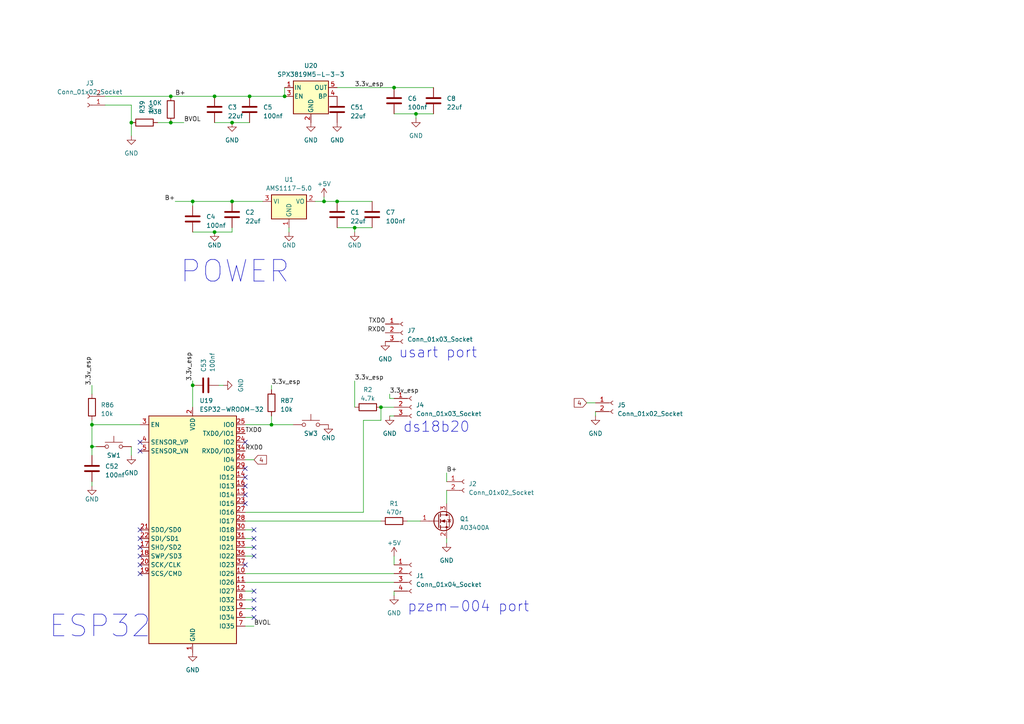
<source format=kicad_sch>
(kicad_sch (version 20230121) (generator eeschema)
  (paper "A4")
  (lib_symbols
    (symbol "Connector:Conn_01x02_Socket" (pin_names (offset 1.016) hide)
      (property "Reference" "J" (at 0 2.54 0))
      (property "Value" "Conn_01x02_Socket" (at 0 -5.08 0))
      (symbol "Conn_01x02_Socket_1_1"
        (arc (start 0 -2.032) (mid -0.5058 -2.54) (end 0 -3.048) (stroke (width 0.1524)))
        (polyline (pts (xy -1.27 -2.54) (xy -0.508 -2.54)) (stroke (width 0.1524)))
        (polyline (pts (xy -1.27 0) (xy -0.508 0)) (stroke (width 0.1524)))
        (arc (start 0 0.508) (mid -0.5058 0) (end 0 -0.508) (stroke (width 0.1524)))
        (pin passive line (at -5.08 0 0) (length 3.81) (name "Pin_1") (number "1"))
        (pin passive line (at -5.08 -2.54 0) (length 3.81) (name "Pin_2") (number "2"))
      )
    )
    (symbol "Connector:Conn_01x03_Socket" (pin_names (offset 1.016) hide)
      (property "Reference" "J" (at 0 5.08 0))
      (property "Value" "Conn_01x03_Socket" (at 0 -5.08 0))
      (symbol "Conn_01x03_Socket_1_1"
        (arc (start 0 -2.032) (mid -0.5058 -2.54) (end 0 -3.048) (stroke (width 0.1524)))
        (polyline (pts (xy -1.27 -2.54) (xy -0.508 -2.54)) (stroke (width 0.1524)))
        (polyline (pts (xy -1.27 0) (xy -0.508 0)) (stroke (width 0.1524)))
        (polyline (pts (xy -1.27 2.54) (xy -0.508 2.54)) (stroke (width 0.1524)))
        (arc (start 0 0.508) (mid -0.5058 0) (end 0 -0.508) (stroke (width 0.1524)))
        (arc (start 0 3.048) (mid -0.5058 2.54) (end 0 2.032) (stroke (width 0.1524)))
        (pin passive line (at -5.08 2.54 0) (length 3.81) (name "Pin_1") (number "1"))
        (pin passive line (at -5.08 0 0) (length 3.81) (name "Pin_2") (number "2"))
        (pin passive line (at -5.08 -2.54 0) (length 3.81) (name "Pin_3") (number "3"))
      )
    )
    (symbol "Connector:Conn_01x04_Socket" (pin_names (offset 1.016) hide)
      (property "Reference" "J" (at 0 5.08 0))
      (property "Value" "Conn_01x04_Socket" (at 0 -7.62 0))
      (symbol "Conn_01x04_Socket_1_1"
        (arc (start 0 -4.572) (mid -0.5058 -5.08) (end 0 -5.588) (stroke (width 0.1524)))
        (arc (start 0 -2.032) (mid -0.5058 -2.54) (end 0 -3.048) (stroke (width 0.1524)))
        (polyline (pts (xy -1.27 -5.08) (xy -0.508 -5.08)) (stroke (width 0.1524)))
        (polyline (pts (xy -1.27 -2.54) (xy -0.508 -2.54)) (stroke (width 0.1524)))
        (polyline (pts (xy -1.27 0) (xy -0.508 0)) (stroke (width 0.1524)))
        (polyline (pts (xy -1.27 2.54) (xy -0.508 2.54)) (stroke (width 0.1524)))
        (arc (start 0 0.508) (mid -0.5058 0) (end 0 -0.508) (stroke (width 0.1524)))
        (arc (start 0 3.048) (mid -0.5058 2.54) (end 0 2.032) (stroke (width 0.1524)))
        (pin passive line (at -5.08 2.54 0) (length 3.81) (name "Pin_1") (number "1"))
        (pin passive line (at -5.08 0 0) (length 3.81) (name "Pin_2") (number "2"))
        (pin passive line (at -5.08 -2.54 0) (length 3.81) (name "Pin_3") (number "3"))
        (pin passive line (at -5.08 -5.08 0) (length 3.81) (name "Pin_4") (number "4"))
      )
    )
    (symbol "Device:C" (pin_numbers hide) (pin_names (offset 0.254))
      (property "Reference" "C" (at 0.635 2.54 0))
      (property "Value" "C" (at 0.635 -2.54 0))
      (symbol "C_0_1"
        (polyline (pts (xy -2.032 -0.762) (xy 2.032 -0.762)) (stroke (width 0.508)))
        (polyline (pts (xy -2.032 0.762) (xy 2.032 0.762)) (stroke (width 0.508)))
      )
      (symbol "C_1_1"
        (pin passive line (at 0 3.81 270) (length 2.794) (name "~") (number "1"))
        (pin passive line (at 0 -3.81 90) (length 2.794) (name "~") (number "2"))
      )
    )
    (symbol "Device:R" (pin_numbers hide) (pin_names (offset 0))
      (property "Reference" "R" (at 2.032 0 90))
      (property "Value" "R" (at 0 0 90))
      (symbol "R_0_1"
        (rectangle (start -1.016 -2.54) (end 1.016 2.54) (stroke (width 0.254)))
      )
      (symbol "R_1_1"
        (pin passive line (at 0 3.81 270) (length 1.27) (name "~") (number "1"))
        (pin passive line (at 0 -3.81 90) (length 1.27) (name "~") (number "2"))
      )
    )
    (symbol "RF_Module:ESP32-WROOM-32"
      (property "Reference" "U" (at -12.7 34.29 0))
      (property "Value" "ESP32-WROOM-32" (at 1.27 34.29 0))
      (symbol "ESP32-WROOM-32_0_1"
        (rectangle (start -12.7 33.02) (end 12.7 -33.02) (stroke (width 0.254)) (fill (type background)))
      )
      (symbol "ESP32-WROOM-32_1_1"
        (pin power_in line (at 0 -35.56 90) (length 2.54) (name "GND") (number "1"))
        (pin bidirectional line (at 15.24 -12.7 180) (length 2.54) (name "IO25") (number "10"))
        (pin bidirectional line (at 15.24 -15.24 180) (length 2.54) (name "IO26") (number "11"))
        (pin bidirectional line (at 15.24 -17.78 180) (length 2.54) (name "IO27") (number "12"))
        (pin bidirectional line (at 15.24 10.16 180) (length 2.54) (name "IO14") (number "13"))
        (pin bidirectional line (at 15.24 15.24 180) (length 2.54) (name "IO12") (number "14"))
        (pin passive line (at 0 -35.56 90) (length 2.54) hide (name "GND") (number "15"))
        (pin bidirectional line (at 15.24 12.7 180) (length 2.54) (name "IO13") (number "16"))
        (pin bidirectional line (at -15.24 -5.08 0) (length 2.54) (name "SHD/SD2") (number "17"))
        (pin bidirectional line (at -15.24 -7.62 0) (length 2.54) (name "SWP/SD3") (number "18"))
        (pin bidirectional line (at -15.24 -12.7 0) (length 2.54) (name "SCS/CMD") (number "19"))
        (pin power_in line (at 0 35.56 270) (length 2.54) (name "VDD") (number "2"))
        (pin bidirectional line (at -15.24 -10.16 0) (length 2.54) (name "SCK/CLK") (number "20"))
        (pin bidirectional line (at -15.24 0 0) (length 2.54) (name "SDO/SD0") (number "21"))
        (pin bidirectional line (at -15.24 -2.54 0) (length 2.54) (name "SDI/SD1") (number "22"))
        (pin bidirectional line (at 15.24 7.62 180) (length 2.54) (name "IO15") (number "23"))
        (pin bidirectional line (at 15.24 25.4 180) (length 2.54) (name "IO2") (number "24"))
        (pin bidirectional line (at 15.24 30.48 180) (length 2.54) (name "IO0") (number "25"))
        (pin bidirectional line (at 15.24 20.32 180) (length 2.54) (name "IO4") (number "26"))
        (pin bidirectional line (at 15.24 5.08 180) (length 2.54) (name "IO16") (number "27"))
        (pin bidirectional line (at 15.24 2.54 180) (length 2.54) (name "IO17") (number "28"))
        (pin bidirectional line (at 15.24 17.78 180) (length 2.54) (name "IO5") (number "29"))
        (pin input line (at -15.24 30.48 0) (length 2.54) (name "EN") (number "3"))
        (pin bidirectional line (at 15.24 0 180) (length 2.54) (name "IO18") (number "30"))
        (pin bidirectional line (at 15.24 -2.54 180) (length 2.54) (name "IO19") (number "31"))
        (pin no_connect line (at -12.7 -27.94 0) (length 2.54) hide (name "NC") (number "32"))
        (pin bidirectional line (at 15.24 -5.08 180) (length 2.54) (name "IO21") (number "33"))
        (pin bidirectional line (at 15.24 22.86 180) (length 2.54) (name "RXD0/IO3") (number "34"))
        (pin bidirectional line (at 15.24 27.94 180) (length 2.54) (name "TXD0/IO1") (number "35"))
        (pin bidirectional line (at 15.24 -7.62 180) (length 2.54) (name "IO22") (number "36"))
        (pin bidirectional line (at 15.24 -10.16 180) (length 2.54) (name "IO23") (number "37"))
        (pin passive line (at 0 -35.56 90) (length 2.54) hide (name "GND") (number "38"))
        (pin passive line (at 0 -35.56 90) (length 2.54) hide (name "GND") (number "39"))
        (pin input line (at -15.24 25.4 0) (length 2.54) (name "SENSOR_VP") (number "4"))
        (pin input line (at -15.24 22.86 0) (length 2.54) (name "SENSOR_VN") (number "5"))
        (pin input line (at 15.24 -25.4 180) (length 2.54) (name "IO34") (number "6"))
        (pin input line (at 15.24 -27.94 180) (length 2.54) (name "IO35") (number "7"))
        (pin bidirectional line (at 15.24 -20.32 180) (length 2.54) (name "IO32") (number "8"))
        (pin bidirectional line (at 15.24 -22.86 180) (length 2.54) (name "IO33") (number "9"))
      )
    )
    (symbol "Regulator_Linear:AMS1117-5.0"
      (property "Reference" "U" (at -3.81 3.175 0))
      (property "Value" "AMS1117-5.0" (at 0 3.175 0))
      (symbol "AMS1117-5.0_0_1"
        (rectangle (start -5.08 -5.08) (end 5.08 1.905) (stroke (width 0.254)) (fill (type background)))
      )
      (symbol "AMS1117-5.0_1_1"
        (pin power_in line (at 0 -7.62 90) (length 2.54) (name "GND") (number "1"))
        (pin power_out line (at 7.62 0 180) (length 2.54) (name "VO") (number "2"))
        (pin power_in line (at -7.62 0 0) (length 2.54) (name "VI") (number "3"))
      )
    )
    (symbol "Regulator_Linear:SPX3819M5-L-3-3" (pin_names (offset 0.254))
      (property "Reference" "U" (at -3.81 5.715 0))
      (property "Value" "SPX3819M5-L-3-3" (at 0 5.715 0))
      (symbol "SPX3819M5-L-3-3_0_1"
        (rectangle (start -5.08 4.445) (end 5.08 -5.08) (stroke (width 0.254)) (fill (type background)))
      )
      (symbol "SPX3819M5-L-3-3_1_1"
        (pin power_in line (at -7.62 2.54 0) (length 2.54) (name "IN") (number "1"))
        (pin power_in line (at 0 -7.62 90) (length 2.54) (name "GND") (number "2"))
        (pin input line (at -7.62 0 0) (length 2.54) (name "EN") (number "3"))
        (pin input line (at 7.62 0 180) (length 2.54) (name "BP") (number "4"))
        (pin power_out line (at 7.62 2.54 180) (length 2.54) (name "OUT") (number "5"))
      )
    )
    (symbol "Switch:SW_Push" (pin_numbers hide) (pin_names (offset 1.016) hide)
      (property "Reference" "SW" (at 1.27 2.54 0))
      (property "Value" "SW_Push" (at 0 -1.524 0))
      (symbol "SW_Push_0_1"
        (circle (center -2.032 0) (radius 0.508))
        (polyline (pts (xy 0 1.27) (xy 0 3.048)))
        (polyline (pts (xy 2.54 1.27) (xy -2.54 1.27)))
        (circle (center 2.032 0) (radius 0.508))
        (pin passive line (at -5.08 0 0) (length 2.54) (name "1") (number "1"))
        (pin passive line (at 5.08 0 180) (length 2.54) (name "2") (number "2"))
      )
    )
    (symbol "Transistor_FET:AO3400A" (pin_names hide)
      (property "Reference" "Q" (at 5.08 1.905 0))
      (property "Value" "AO3400A" (at 5.08 0 0))
      (symbol "AO3400A_0_1"
        (polyline (pts (xy 0.254 0) (xy -2.54 0)))
        (polyline (pts (xy 0.254 1.905) (xy 0.254 -1.905)) (stroke (width 0.254)))
        (polyline (pts (xy 0.762 -1.27) (xy 0.762 -2.286)) (stroke (width 0.254)))
        (polyline (pts (xy 0.762 0.508) (xy 0.762 -0.508)) (stroke (width 0.254)))
        (polyline (pts (xy 0.762 2.286) (xy 0.762 1.27)) (stroke (width 0.254)))
        (polyline (pts (xy 2.54 2.54) (xy 2.54 1.778)))
        (polyline (pts (xy 2.54 -2.54) (xy 2.54 0) (xy 0.762 0)))
        (polyline (pts (xy 0.762 -1.778) (xy 3.302 -1.778) (xy 3.302 1.778) (xy 0.762 1.778)))
        (polyline (pts (xy 1.016 0) (xy 2.032 0.381) (xy 2.032 -0.381) (xy 1.016 0)) (fill (type outline)))
        (polyline (pts (xy 2.794 0.508) (xy 2.921 0.381) (xy 3.683 0.381) (xy 3.81 0.254)))
        (polyline (pts (xy 3.302 0.381) (xy 2.921 -0.254) (xy 3.683 -0.254) (xy 3.302 0.381)))
        (circle (center 1.651 0) (radius 2.794) (stroke (width 0.254)))
        (circle (center 2.54 -1.778) (radius 0.254) (fill (type outline)))
        (circle (center 2.54 1.778) (radius 0.254) (fill (type outline)))
      )
      (symbol "AO3400A_1_1"
        (pin input line (at -5.08 0 0) (length 2.54) (name "G") (number "1"))
        (pin passive line (at 2.54 -5.08 90) (length 2.54) (name "S") (number "2"))
        (pin passive line (at 2.54 5.08 270) (length 2.54) (name "D") (number "3"))
      )
    )
    (symbol "power:+5V" (power) (pin_names (offset 0))
      (property "Value" "+5V" (at 0 3.556 0))
      (symbol "+5V_0_1"
        (polyline (pts (xy -0.762 1.27) (xy 0 2.54)))
        (polyline (pts (xy 0 0) (xy 0 2.54)))
        (polyline (pts (xy 0 2.54) (xy 0.762 1.27)))
      )
      (symbol "+5V_1_1"
        (pin power_in line (at 0 0 90) (length 0) hide (name "+5V") (number "1"))
      )
    )
    (symbol "power:GND" (power) (pin_names (offset 0))
      (property "Value" "GND" (at 0 -3.81 0))
      (symbol "GND_0_1"
        (polyline (pts (xy 0 0) (xy 0 -1.27) (xy 1.27 -1.27) (xy 0 -2.54) (xy -1.27 -1.27) (xy 0 -1.27)))
      )
      (symbol "GND_1_1"
        (pin power_in line (at 0 0 270) (length 0) hide (name "GND") (number "1"))
      )
    )
  )
  (junction (at 67.31 58.42))
  (junction (at 26.67 123.19))
  (junction (at 114.3 25.4))
  (junction (at 67.31 35.56))
  (junction (at 78.74 123.19))
  (junction (at 72.39 27.94))
  (junction (at 55.88 111.76))
  (junction (at 93.98 58.42))
  (junction (at 62.23 27.94))
  (junction (at 120.65 33.02))
  (junction (at 62.23 67.31))
  (junction (at 49.53 27.94))
  (junction (at 110.49 118.11))
  (junction (at 49.53 35.56))
  (junction (at 97.79 58.42))
  (junction (at 82.55 27.94))
  (junction (at 102.87 66.04))
  (junction (at 55.88 58.42))
  (junction (at 38.1 35.56))
  (junction (at 26.67 129.54))
  (no_connect (at 40.64 158.75))
  (no_connect (at 40.64 128.27))
  (no_connect (at 73.66 173.99))
  (no_connect (at 40.64 156.21))
  (no_connect (at 71.12 138.43))
  (no_connect (at 40.64 130.81))
  (no_connect (at 71.12 135.89))
  (no_connect (at 73.66 176.53))
  (no_connect (at 40.64 161.29))
  (no_connect (at 40.64 153.67))
  (no_connect (at 73.66 161.29))
  (no_connect (at 73.66 179.07))
  (no_connect (at 71.12 140.97))
  (no_connect (at 73.66 156.21))
  (no_connect (at 73.66 158.75))
  (no_connect (at 40.64 166.37))
  (no_connect (at 73.66 171.45))
  (no_connect (at 40.64 163.83))
  (no_connect (at 71.12 143.51))
  (no_connect (at 71.12 146.05))
  (no_connect (at 71.12 163.83))
  (no_connect (at 73.66 153.67))
  (no_connect (at 71.12 128.27))
  (wire (pts (xy 53.34 35.56) (xy 49.53 35.56)))
  (wire (pts (xy 73.66 179.07) (xy 71.12 179.07)))
  (wire (pts (xy 49.53 27.94) (xy 62.23 27.94)))
  (wire (pts (xy 49.53 35.56) (xy 45.72 35.56)))
  (wire (pts (xy 26.67 140.97) (xy 26.67 139.7)))
  (wire (pts (xy 72.39 27.94) (xy 82.55 27.94)))
  (wire (pts (xy 105.41 121.92) (xy 110.49 121.92)))
  (wire (pts (xy 73.66 173.99) (xy 71.12 173.99)))
  (wire (pts (xy 38.1 35.56) (xy 38.1 30.48)))
  (wire (pts (xy 114.3 25.4) (xy 125.73 25.4)))
  (wire (pts (xy 73.66 176.53) (xy 71.12 176.53)))
  (wire (pts (xy 114.3 172.72) (xy 114.3 171.45)))
  (wire (pts (xy 91.44 58.42) (xy 93.98 58.42)))
  (wire (pts (xy 50.8 58.42) (xy 55.88 58.42)))
  (wire (pts (xy 55.88 110.49) (xy 55.88 111.76)))
  (wire (pts (xy 71.12 123.19) (xy 78.74 123.19)))
  (wire (pts (xy 67.31 35.56) (xy 72.39 35.56)))
  (wire (pts (xy 129.54 137.16) (xy 129.54 139.7)))
  (wire (pts (xy 55.88 111.76) (xy 55.88 118.11)))
  (wire (pts (xy 62.23 27.94) (xy 72.39 27.94)))
  (wire (pts (xy 73.66 156.21) (xy 71.12 156.21)))
  (wire (pts (xy 121.92 151.13) (xy 118.11 151.13)))
  (wire (pts (xy 129.54 157.48) (xy 129.54 156.21)))
  (wire (pts (xy 71.12 168.91) (xy 114.3 168.91)))
  (wire (pts (xy 73.66 171.45) (xy 71.12 171.45)))
  (wire (pts (xy 78.74 120.65) (xy 78.74 123.19)))
  (wire (pts (xy 63.5 111.76) (xy 64.77 111.76)))
  (wire (pts (xy 26.67 114.3) (xy 26.67 111.76)))
  (wire (pts (xy 73.66 181.61) (xy 71.12 181.61)))
  (wire (pts (xy 26.67 123.19) (xy 26.67 129.54)))
  (wire (pts (xy 97.79 25.4) (xy 114.3 25.4)))
  (wire (pts (xy 73.66 158.75) (xy 71.12 158.75)))
  (wire (pts (xy 114.3 115.57) (xy 113.03 115.57)))
  (wire (pts (xy 38.1 39.37) (xy 38.1 35.56)))
  (wire (pts (xy 114.3 33.02) (xy 120.65 33.02)))
  (wire (pts (xy 129.54 142.24) (xy 129.54 146.05)))
  (wire (pts (xy 38.1 30.48) (xy 30.48 30.48)))
  (wire (pts (xy 93.98 58.42) (xy 97.79 58.42)))
  (wire (pts (xy 55.88 67.31) (xy 62.23 67.31)))
  (wire (pts (xy 120.65 33.02) (xy 120.65 34.29)))
  (wire (pts (xy 170.18 116.84) (xy 172.72 116.84)))
  (wire (pts (xy 26.67 121.92) (xy 26.67 123.19)))
  (wire (pts (xy 97.79 58.42) (xy 107.95 58.42)))
  (wire (pts (xy 114.3 161.29) (xy 114.3 163.83)))
  (wire (pts (xy 120.65 33.02) (xy 125.73 33.02)))
  (wire (pts (xy 85.09 123.19) (xy 78.74 123.19)))
  (wire (pts (xy 30.48 27.94) (xy 49.53 27.94)))
  (wire (pts (xy 172.72 119.38) (xy 172.72 120.65)))
  (wire (pts (xy 83.82 67.31) (xy 83.82 66.04)))
  (wire (pts (xy 110.49 118.11) (xy 114.3 118.11)))
  (wire (pts (xy 97.79 66.04) (xy 102.87 66.04)))
  (wire (pts (xy 26.67 129.54) (xy 26.67 132.08)))
  (wire (pts (xy 62.23 67.31) (xy 67.31 67.31)))
  (wire (pts (xy 67.31 58.42) (xy 76.2 58.42)))
  (wire (pts (xy 38.1 132.08) (xy 38.1 129.54)))
  (wire (pts (xy 102.87 110.49) (xy 102.87 118.11)))
  (wire (pts (xy 110.49 118.11) (xy 110.49 121.92)))
  (wire (pts (xy 73.66 161.29) (xy 71.12 161.29)))
  (wire (pts (xy 71.12 151.13) (xy 110.49 151.13)))
  (wire (pts (xy 102.87 66.04) (xy 107.95 66.04)))
  (wire (pts (xy 67.31 67.31) (xy 67.31 66.04)))
  (wire (pts (xy 62.23 35.56) (xy 67.31 35.56)))
  (wire (pts (xy 93.98 58.42) (xy 93.98 57.15)))
  (wire (pts (xy 55.88 58.42) (xy 67.31 58.42)))
  (wire (pts (xy 40.64 123.19) (xy 26.67 123.19)))
  (wire (pts (xy 27.94 129.54) (xy 26.67 129.54)))
  (wire (pts (xy 73.66 153.67) (xy 71.12 153.67)))
  (wire (pts (xy 113.03 120.65) (xy 114.3 120.65)))
  (wire (pts (xy 55.88 59.69) (xy 55.88 58.42)))
  (wire (pts (xy 71.12 148.59) (xy 105.41 148.59)))
  (wire (pts (xy 78.74 111.76) (xy 78.74 113.03)))
  (wire (pts (xy 105.41 148.59) (xy 105.41 121.92)))
  (wire (pts (xy 82.55 25.4) (xy 82.55 27.94)))
  (wire (pts (xy 113.03 115.57) (xy 113.03 114.3)))
  (wire (pts (xy 71.12 166.37) (xy 114.3 166.37)))
  (wire (pts (xy 73.66 133.35) (xy 71.12 133.35)))
  (wire (pts (xy 102.87 67.31) (xy 102.87 66.04)))
  (text "ESP32" (at 13.97 185.42 0) (effects (font (size 6.27 6.27)) (justify left bottom)))
  (text "ds18b20\n" (at 116.84 125.73 0) (effects (font (size 3 3)) (justify left bottom)))
  (text "usart port" (at 115.57 104.14 0) (effects (font (size 3 3)) (justify left bottom)))
  (text "POWER\n" (at 52.07 82.55 0) (effects (font (size 6.27 6.27)) (justify left bottom)))
  (text "pzem-004 port" (at 118.11 177.8 0) (effects (font (size 3 3)) (justify left bottom)))
  (label "RXD0" (at 71.12 130.81 0))
  (label "TXD0" (at 111.76 93.98 180))
  (label "RXD0" (at 111.76 96.52 180))
  (label "B+" (at 50.8 58.42 180))
  (label "3.3v_esp" (at 26.67 111.76 90))
  (label "BVOL" (at 53.34 35.56 0))
  (label "B+" (at 50.8 27.94 0))
  (label "3.3v_esp" (at 102.87 110.49 0))
  (label "BVOL" (at 73.66 181.61 0))
  (label "B+" (at 129.54 137.16 0))
  (label "3.3v_esp" (at 55.88 110.49 90))
  (label "3.3v_esp" (at 113.03 114.3 0))
  (label "3.3v_esp" (at 102.87 25.4 0))
  (label "TXD0" (at 71.12 125.73 0))
  (label "3.3v_esp" (at 78.74 111.76 0))
  (global_label "4" (shape input) (at 170.18 116.84 180) (property "Intersheetrefs" "${INTERSHEET_REFS}" (effects hide)))
  (global_label "4" (shape input) (at 73.66 133.35 0) (property "Intersheetrefs" "${INTERSHEET_REFS}" (effects hide)))
  (symbol (lib_id "Device:C") (at 67.31 62.23 180) (unit 1)
    (property "Reference" "C2" (at 71.12 61.595 0) (effects (justify right)))
    (property "Value" "22uf" (at 71.12 64.135 0) (effects (justify right)))
    (property "Footprint" "Capacitor_SMD:C_0603_1608Metric" (effects hide))
  )
  (symbol (lib_id "power:GND") (at 102.87 67.31 0) (unit 1)
    (property "Reference" "#PWR02" (effects hide))
    (property "Value" "GND" (at 102.87 71.12 0))
  )
  (symbol (lib_id "Device:C") (at 125.73 29.21 180) (unit 1)
    (property "Reference" "C8" (at 129.54 28.575 0) (effects (justify right)))
    (property "Value" "22uf" (at 129.54 31.115 0) (effects (justify right)))
    (property "Footprint" "Capacitor_SMD:C_0603_1608Metric" (effects hide))
  )
  (symbol (lib_id "Device:C") (at 55.88 63.5 180) (unit 1)
    (property "Reference" "C4" (at 59.803 62.865 0) (effects (justify right)))
    (property "Value" "100nf" (at 59.803 65.405 0) (effects (justify right)))
    (property "Footprint" "Capacitor_SMD:C_0603_1608Metric" (effects hide))
  )
  (symbol (lib_id "Device:C") (at 72.39 31.75 180) (unit 1)
    (property "Reference" "C5" (at 76.313 31.115 0) (effects (justify right)))
    (property "Value" "100nf" (at 76.313 33.655 0) (effects (justify right)))
    (property "Footprint" "Capacitor_SMD:C_0603_1608Metric" (effects hide))
  )
  (symbol (lib_id "Device:C") (at 107.95 62.23 180) (unit 1)
    (property "Reference" "C7" (at 111.873 61.595 0) (effects (justify right)))
    (property "Value" "100nf" (at 111.873 64.135 0) (effects (justify right)))
    (property "Footprint" "Capacitor_SMD:C_0603_1608Metric" (effects hide))
  )
  (symbol (lib_id "Device:R") (at 41.91 35.56 90) (unit 1)
    (property "Reference" "R39" (at 41.275 33.02 0) (effects (justify left)))
    (property "Value" "1K" (at 43.815 33.02 0) (effects (justify left)))
    (property "Footprint" "Resistor_SMD:R_0603_1608Metric" (effects hide))
  )
  (symbol (lib_id "power:GND") (at 55.88 189.23 0) (unit 1)
    (property "Reference" "#PWR088" (effects hide))
    (property "Value" "GND" (at 55.88 194.31 0))
  )
  (symbol (lib_id "power:GND") (at 114.3 172.72 0) (unit 1)
    (property "Reference" "#PWR05" (effects hide))
    (property "Value" "GND" (at 114.3 177.8 0))
  )
  (symbol (lib_id "power:GND") (at 26.67 140.97 0) (unit 1)
    (property "Reference" "#PWR091" (effects hide))
    (property "Value" "GND" (at 26.67 144.78 0))
  )
  (symbol (lib_id "Connector:Conn_01x02_Socket") (at 134.62 139.7 0) (unit 1)
    (property "Reference" "J2" (at 135.89 140.335 0) (effects (justify left)))
    (property "Value" "Conn_01x02_Socket" (at 135.89 142.875 0) (effects (justify left)))
    (property "Footprint" "Connector_JST:JST_XA_B02B-XASK-1_1x02_P2.50mm_Vertical" (effects hide))
  )
  (symbol (lib_id "Device:C") (at 26.67 135.89 0) (unit 1)
    (property "Reference" "C52" (at 30.48 135.255 0) (effects (justify left)))
    (property "Value" "100nf" (at 30.48 137.795 0) (effects (justify left)))
    (property "Footprint" "Capacitor_SMD:C_0603_1608Metric" (effects hide))
  )
  (symbol (lib_id "power:+5V") (at 93.98 57.15 0) (unit 1)
    (property "Reference" "#PWR061" (effects hide))
    (property "Value" "+5V" (at 93.98 53.34 0))
  )
  (symbol (lib_id "power:GND") (at 38.1 39.37 0) (unit 1)
    (property "Reference" "#PWR072" (effects hide))
    (property "Value" "GND" (at 38.1 44.45 0))
  )
  (symbol (lib_id "power:GND") (at 67.31 35.56 0) (unit 1)
    (property "Reference" "#PWR04" (effects hide))
    (property "Value" "GND" (at 67.31 40.64 0))
  )
  (symbol (lib_id "power:GND") (at 129.54 157.48 0) (unit 1)
    (property "Reference" "#PWR07" (effects hide))
    (property "Value" "GND" (at 129.54 162.56 0))
  )
  (symbol (lib_id "power:GND") (at 62.23 67.31 0) (unit 1)
    (property "Reference" "#PWR01" (effects hide))
    (property "Value" "GND" (at 62.23 71.12 0))
  )
  (symbol (lib_id "Switch:SW_Push") (at 90.17 123.19 0) (unit 1)
    (property "Reference" "SW3" (at 90.17 125.73 0))
    (property "Value" "TS-1101-B-W" (effects hide))
    (property "Footprint" "footprints:Switch_Tactile_XKB-CONNECTIVITY_TS-1101-B-W" (effects hide))
    (property "Datasheet" "https://datasheet.lcsc.com/lcsc/2110111230_XKB-Connectivity-TS-1101-B-W_C500065.pdf" (effects hide))
    (property "MPN" "TS-1101-B-W" (effects hide))
    (property "LCSC PN" "C500065" (effects hide))
  )
  (symbol (lib_id "Device:R") (at 26.67 118.11 0) (unit 1)
    (property "Reference" "R86" (at 29.21 117.475 0) (effects (justify left)))
    (property "Value" "10k" (at 29.21 120.015 0) (effects (justify left)))
    (property "Footprint" "Resistor_SMD:R_0603_1608Metric" (effects hide))
  )
  (symbol (lib_id "power:GND") (at 90.17 35.56 0) (unit 1)
    (property "Reference" "#PWR089" (effects hide))
    (property "Value" "GND" (at 90.17 40.64 0))
  )
  (symbol (lib_id "Device:R") (at 106.68 118.11 90) (unit 1)
    (property "Reference" "R2" (at 106.68 113.03 90))
    (property "Value" "4.7k" (at 106.68 115.57 90))
    (property "Footprint" "Resistor_SMD:R_0603_1608Metric" (effects hide))
  )
  (symbol (lib_id "Connector:Conn_01x02_Socket") (at 177.8 116.84 0) (unit 1)
    (property "Reference" "J5" (at 179.07 117.475 0) (effects (justify left)))
    (property "Value" "Conn_01x02_Socket" (at 179.07 120.015 0) (effects (justify left)))
    (property "Footprint" "Connector_JST:JST_XA_B02B-XASK-1_1x02_P2.50mm_Vertical" (effects hide))
  )
  (symbol (lib_id "Device:C") (at 97.79 31.75 180) (unit 1)
    (property "Reference" "C51" (at 101.6 31.115 0) (effects (justify right)))
    (property "Value" "22uf" (at 101.6 33.655 0) (effects (justify right)))
    (property "Footprint" "Capacitor_SMD:C_0603_1608Metric" (effects hide))
  )
  (symbol (lib_id "power:GND") (at 95.25 123.19 0) (unit 1)
    (property "Reference" "#PWR093" (effects hide))
    (property "Value" "GND" (at 95.25 127 0))
  )
  (symbol (lib_id "power:GND") (at 97.79 35.56 0) (unit 1)
    (property "Reference" "#PWR090" (effects hide))
    (property "Value" "GND" (at 97.79 40.64 0))
  )
  (symbol (lib_id "Device:C") (at 114.3 29.21 180) (unit 1)
    (property "Reference" "C6" (at 118.223 28.575 0) (effects (justify right)))
    (property "Value" "100nf" (at 118.223 31.115 0) (effects (justify right)))
    (property "Footprint" "Capacitor_SMD:C_0603_1608Metric" (effects hide))
  )
  (symbol (lib_id "Connector:Conn_01x03_Socket") (at 116.84 96.52 0) (unit 1)
    (property "Reference" "J7" (at 118.11 95.885 0) (effects (justify left)))
    (property "Value" "Conn_01x03_Socket" (at 118.11 98.425 0) (effects (justify left)))
    (property "Footprint" "Connector_JST:JST_XA_B03B-XASK-1_1x03_P2.50mm_Vertical" (effects hide))
  )
  (symbol (lib_id "power:+5V") (at 114.3 161.29 0) (unit 1)
    (property "Reference" "#PWR06" (effects hide))
    (property "Value" "+5V" (at 114.3 157.48 0))
  )
  (symbol (lib_id "power:GND") (at 172.72 120.65 0) (unit 1)
    (property "Reference" "#PWR09" (effects hide))
    (property "Value" "GND" (at 172.72 125.73 0))
  )
  (symbol (lib_id "power:GND") (at 113.03 120.65 0) (unit 1)
    (property "Reference" "#PWR08" (effects hide))
    (property "Value" "GND" (at 113.03 125.73 0))
  )
  (symbol (lib_id "RF_Module:ESP32-WROOM-32") (at 55.88 153.67 0) (unit 1)
    (property "Reference" "U19" (at 57.8359 116.205 0) (effects (justify left)))
    (property "Value" "ESP32-WROOM-32" (at 57.8359 118.745 0) (effects (justify left)))
    (property "Footprint" "RF_Module:ESP32-WROOM-32" (effects hide))
    (property "Datasheet" "https://www.espressif.com/sites/default/files/documentation/esp32-wroom-32_datasheet_en.pdf" (effects hide))
  )
  (symbol (lib_id "Device:R") (at 78.74 116.84 0) (unit 1)
    (property "Reference" "R87" (at 81.28 116.205 0) (effects (justify left)))
    (property "Value" "10k" (at 81.28 118.745 0) (effects (justify left)))
    (property "Footprint" "Resistor_SMD:R_0603_1608Metric" (effects hide))
  )
  (symbol (lib_id "Device:R") (at 49.53 31.75 180) (unit 1)
    (property "Reference" "R38" (at 46.99 32.385 0) (effects (justify left)))
    (property "Value" "10K" (at 46.99 29.845 0) (effects (justify left)))
    (property "Footprint" "Resistor_SMD:R_0603_1608Metric" (effects hide))
  )
  (symbol (lib_id "Switch:SW_Push") (at 33.02 129.54 0) (unit 1)
    (property "Reference" "SW1" (at 33.02 132.08 0))
    (property "Value" "TS-1101-B-W" (effects hide))
    (property "Footprint" "footprints:Switch_Tactile_XKB-CONNECTIVITY_TS-1101-B-W" (effects hide))
    (property "Datasheet" "https://datasheet.lcsc.com/lcsc/2110111230_XKB-Connectivity-TS-1101-B-W_C500065.pdf" (effects hide))
    (property "MPN" "TS-1101-B-W" (effects hide))
    (property "LCSC PN" "C500065" (effects hide))
  )
  (symbol (lib_id "power:GND") (at 111.76 99.06 0) (unit 1)
    (property "Reference" "#PWR092" (effects hide))
    (property "Value" "GND" (at 111.76 104.14 0))
  )
  (symbol (lib_id "power:GND") (at 38.1 132.08 0) (unit 1)
    (property "Reference" "#PWR094" (effects hide))
    (property "Value" "GND" (at 38.1 137.16 0))
  )
  (symbol (lib_id "power:GND") (at 64.77 111.76 90) (unit 1)
    (property "Reference" "#PWR095" (effects hide))
    (property "Value" "GND" (at 69.85 111.76 0))
  )
  (symbol (lib_id "power:GND") (at 83.82 67.31 0) (unit 1)
    (property "Reference" "#PWR010" (effects hide))
    (property "Value" "GND" (at 83.82 71.12 0))
  )
  (symbol (lib_id "Regulator_Linear:AMS1117-5.0") (at 83.82 58.42 0) (unit 1)
    (property "Reference" "U1" (at 83.82 52.07 0))
    (property "Value" "AMS1117-5.0" (at 83.82 54.61 0))
    (property "Footprint" "Package_TO_SOT_SMD:SOT-223-3_TabPin2" (effects hide))
    (property "Datasheet" "http://www.advanced-monolithic.com/pdf/ds1117.pdf" (effects hide))
  )
  (symbol (lib_id "Regulator_Linear:SPX3819M5-L-3-3") (at 90.17 27.94 0) (unit 1)
    (property "Reference" "U20" (at 90.17 19.05 0))
    (property "Value" "SPX3819M5-L-3-3" (at 90.17 21.59 0))
    (property "Footprint" "Package_TO_SOT_SMD:SOT-23-5" (effects hide))
    (property "Datasheet" "https://www.exar.com/content/document.ashx?id=22106&languageid=1033&type=Datasheet&partnumber=SPX3819&filename=SPX3819.pdf&part=SPX3819" (effects hide))
  )
  (symbol (lib_id "Device:C") (at 97.79 62.23 180) (unit 1)
    (property "Reference" "C1" (at 101.6 61.595 0) (effects (justify right)))
    (property "Value" "22uf" (at 101.6 64.135 0) (effects (justify right)))
    (property "Footprint" "Capacitor_SMD:C_0603_1608Metric" (effects hide))
  )
  (symbol (lib_id "power:GND") (at 120.65 34.29 0) (unit 1)
    (property "Reference" "#PWR03" (effects hide))
    (property "Value" "GND" (at 120.65 39.37 0))
  )
  (symbol (lib_id "Connector:Conn_01x04_Socket") (at 119.38 166.37 0) (unit 1)
    (property "Reference" "J1" (at 120.65 167.005 0) (effects (justify left)))
    (property "Value" "Conn_01x04_Socket" (at 120.65 169.545 0) (effects (justify left)))
    (property "Footprint" "Connector_JST:JST_XA_B04B-XASK-1_1x04_P2.50mm_Vertical" (effects hide))
  )
  (symbol (lib_id "Connector:Conn_01x03_Socket") (at 119.38 118.11 0) (unit 1)
    (property "Reference" "J4" (at 120.65 117.475 0) (effects (justify left)))
    (property "Value" "Conn_01x03_Socket" (at 120.65 120.015 0) (effects (justify left)))
    (property "Footprint" "Connector_JST:JST_XA_B03B-XASK-1_1x03_P2.50mm_Vertical" (effects hide))
  )
  (symbol (lib_id "Transistor_FET:AO3400A") (at 127 151.13 0) (unit 1)
    (property "Reference" "Q1" (at 133.35 150.495 0) (effects (justify left)))
    (property "Value" "AO3400A" (at 133.35 153.035 0) (effects (justify left)))
    (property "Footprint" "Package_TO_SOT_SMD:SOT-23" (effects hide))
    (property "Datasheet" "http://www.aosmd.com/pdfs/datasheet/AO3400A.pdf" (effects hide))
  )
  (symbol (lib_id "Device:R") (at 114.3 151.13 90) (unit 1)
    (property "Reference" "R1" (at 114.3 146.05 90))
    (property "Value" "470r" (at 114.3 148.59 90))
    (property "Footprint" "Resistor_SMD:R_0603_1608Metric" (effects hide))
  )
  (symbol (lib_id "Device:C") (at 59.69 111.76 90) (unit 1)
    (property "Reference" "C53" (at 59.055 107.95 0) (effects (justify left)))
    (property "Value" "100nf" (at 61.595 107.95 0) (effects (justify left)))
    (property "Footprint" "Capacitor_SMD:C_0603_1608Metric" (effects hide))
  )
  (symbol (lib_id "Device:C") (at 62.23 31.75 180) (unit 1)
    (property "Reference" "C3" (at 66.04 31.115 0) (effects (justify right)))
    (property "Value" "22uf" (at 66.04 33.655 0) (effects (justify right)))
    (property "Footprint" "Capacitor_SMD:C_0603_1608Metric" (effects hide))
  )
  (symbol (lib_id "Connector:Conn_01x02_Socket") (at 25.4 30.48 180) (unit 1)
    (property "Reference" "J3" (at 26.035 24.13 0))
    (property "Value" "Conn_01x02_Socket" (at 26.035 26.67 0))
    (property "Footprint" "Connector_JST:JST_XA_B02B-XASK-1_1x02_P2.50mm_Vertical" (effects hide))
  )
)
</source>
